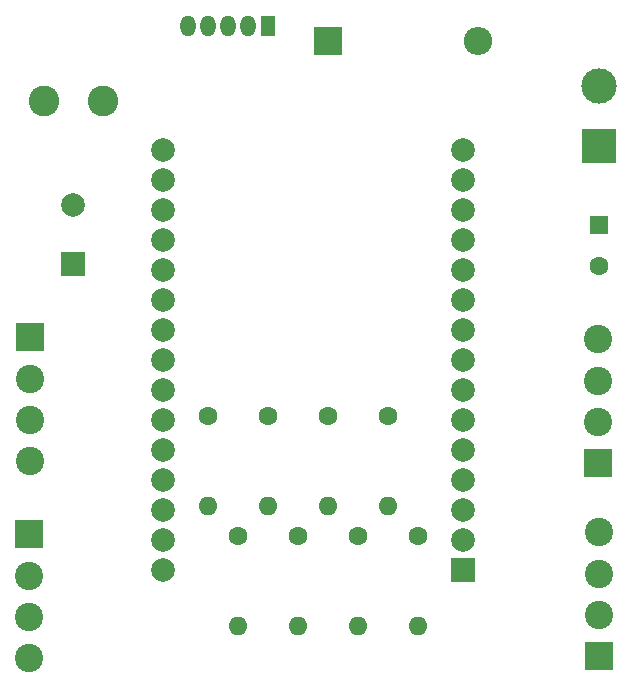
<source format=gbr>
%TF.GenerationSoftware,KiCad,Pcbnew,(6.0.9)*%
%TF.CreationDate,2023-01-01T04:26:49+02:00*%
%TF.ProjectId,ESP32_LEDCONTROLLER,45535033-325f-44c4-9544-434f4e54524f,rev?*%
%TF.SameCoordinates,Original*%
%TF.FileFunction,Soldermask,Top*%
%TF.FilePolarity,Negative*%
%FSLAX46Y46*%
G04 Gerber Fmt 4.6, Leading zero omitted, Abs format (unit mm)*
G04 Created by KiCad (PCBNEW (6.0.9)) date 2023-01-01 04:26:49*
%MOMM*%
%LPD*%
G01*
G04 APERTURE LIST*
%ADD10C,2.000000*%
%ADD11R,2.000000X2.000000*%
%ADD12C,2.600000*%
%ADD13R,1.275000X1.800000*%
%ADD14O,1.275000X1.800000*%
%ADD15O,1.600000X1.600000*%
%ADD16C,1.600000*%
%ADD17R,2.400000X2.400000*%
%ADD18C,2.400000*%
%ADD19R,1.600000X1.600000*%
%ADD20O,2.400000X2.400000*%
%ADD21C,3.000000*%
%ADD22R,3.000000X3.000000*%
G04 APERTURE END LIST*
D10*
%TO.C,U2*%
X104140000Y-141245000D03*
X104140000Y-138705000D03*
X104140000Y-136165000D03*
X104140000Y-133625000D03*
X104140000Y-131085000D03*
X104140000Y-128545000D03*
X104140000Y-126005000D03*
X104140000Y-123465000D03*
X104140000Y-120925000D03*
X104140000Y-118385000D03*
X104140000Y-115845000D03*
X104140000Y-113305000D03*
X104140000Y-110765000D03*
X104140000Y-108225000D03*
X104140000Y-105685000D03*
X129540000Y-105685000D03*
X129540000Y-108225000D03*
X129540000Y-110765000D03*
X129540000Y-113305000D03*
X129540000Y-115845000D03*
X129540000Y-118385000D03*
X129540000Y-120925000D03*
X129540000Y-123465000D03*
X129540000Y-126005000D03*
X129540000Y-128545000D03*
X129540000Y-131085000D03*
X129540000Y-133625000D03*
X129540000Y-136165000D03*
X129540000Y-138705000D03*
D11*
X129540000Y-141245000D03*
%TD*%
D10*
%TO.C,C2*%
X96520000Y-110397677D03*
D11*
X96520000Y-115397677D03*
%TD*%
D12*
%TO.C,L1*%
X99060000Y-101600000D03*
X94060000Y-101600000D03*
%TD*%
D13*
%TO.C,U1*%
X113030000Y-95250000D03*
D14*
X111330000Y-95250000D03*
X109630000Y-95250000D03*
X107930000Y-95250000D03*
X106230000Y-95250000D03*
%TD*%
D15*
%TO.C,R8*%
X123190000Y-135890000D03*
D16*
X123190000Y-128270000D03*
%TD*%
D17*
%TO.C,J5*%
X92910000Y-121580000D03*
D18*
X92910000Y-125080000D03*
X92910000Y-128580000D03*
X92910000Y-132080000D03*
%TD*%
%TO.C,J4*%
X92810000Y-148760000D03*
X92810000Y-145260000D03*
X92810000Y-141760000D03*
D17*
X92810000Y-138260000D03*
%TD*%
%TO.C,J3*%
X140970000Y-132250000D03*
D18*
X140970000Y-128750000D03*
X140970000Y-125250000D03*
X140970000Y-121750000D03*
%TD*%
D17*
%TO.C,J2*%
X141070000Y-148590000D03*
D18*
X141070000Y-145090000D03*
X141070000Y-141590000D03*
X141070000Y-138090000D03*
%TD*%
D16*
%TO.C,C1*%
X141070000Y-115570000D03*
D19*
X141070000Y-112070000D03*
%TD*%
D15*
%TO.C,R5*%
X118110000Y-135890000D03*
D16*
X118110000Y-128270000D03*
%TD*%
%TO.C,R4*%
X110490000Y-138430000D03*
D15*
X110490000Y-146050000D03*
%TD*%
D16*
%TO.C,R3*%
X115570000Y-138430000D03*
D15*
X115570000Y-146050000D03*
%TD*%
D16*
%TO.C,R1*%
X125730000Y-138430000D03*
D15*
X125730000Y-146050000D03*
%TD*%
D20*
%TO.C,D1*%
X130810000Y-96520000D03*
D17*
X118110000Y-96520000D03*
%TD*%
D16*
%TO.C,R2*%
X120650000Y-138430000D03*
D15*
X120650000Y-146050000D03*
%TD*%
%TO.C,R6*%
X113030000Y-135890000D03*
D16*
X113030000Y-128270000D03*
%TD*%
D21*
%TO.C,J1*%
X141070000Y-100330000D03*
D22*
X141070000Y-105410000D03*
%TD*%
D15*
%TO.C,R7*%
X107950000Y-135890000D03*
D16*
X107950000Y-128270000D03*
%TD*%
M02*

</source>
